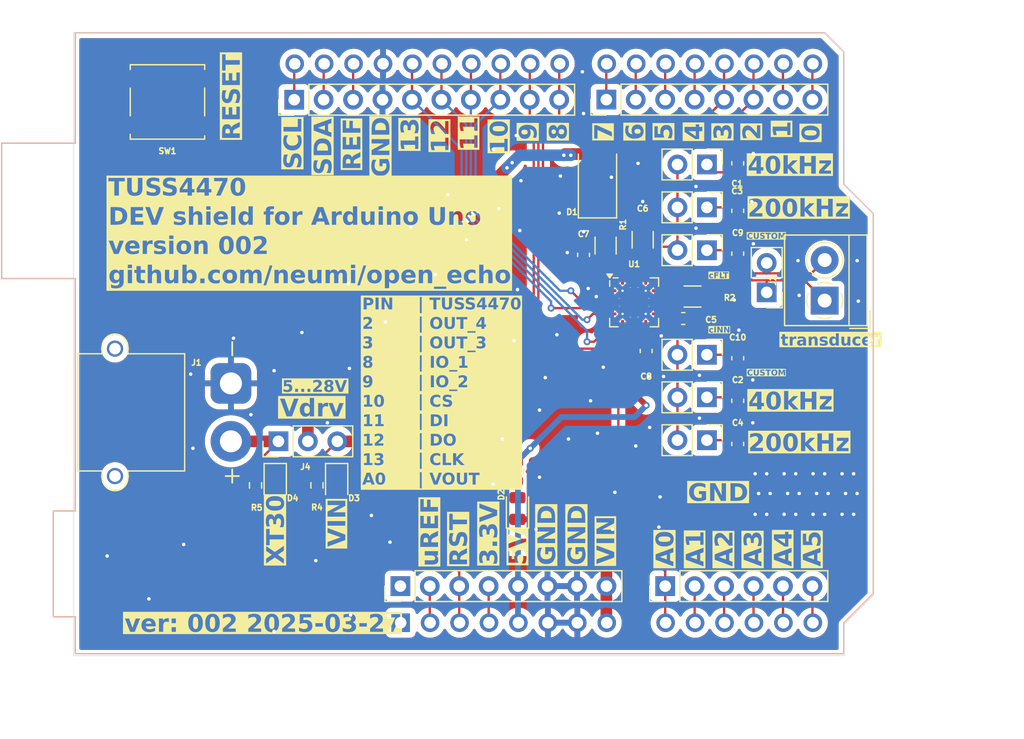
<source format=kicad_pcb>
(kicad_pcb (version 20240108) (generator "pcbnew") (generator_version "8.0")
  (layers (0 "F.Cu" signal) (31 "B.Cu" signal) (34 "B.Paste" user) (35 "F.Paste" user) (36 "B.SilkS" user "B.Silkscreen") (37 "F.SilkS" user "F.Silkscreen") (38 "B.Mask" user) (39 "F.Mask" user) (44 "Edge.Cuts" user))
  (net 0 "")
  (net 2 "Net-(J2-Pin_1)")
  (net 3 "Net-(J2-Pin_2)")
  (net 4 "GND")
  (net 5 "NCS")
  (net 6 "OUT_4")
  (net 7 "ADC")
  (net 8 "IO_2")
  (net 9 "Net-(A1-VIN)")
  (net 10 "OUT_3")
  (net 11 "SDO")
  (net 12 "SCLK")
  (net 13 "IO_1")
  (net 14 "+5V")
  (net 15 "SDI")
  (net 16 "Net-(JP1-A)")
  (net 17 "Net-(JP2-A)")
  (net 18 "Net-(JP3-A)")
  (net 19 "Net-(JP4-A)")
  (net 20 "Net-(C5-Pad1)")
  (net 21 "Net-(U1-INP)")
  (net 22 "Net-(U1-VDRV)")
  (net 23 "Net-(U1-VPWR)")
  (net 24 "Net-(JP5-A)")
  (net 25 "Net-(JP6-A)")
  (net 26 "Net-(D1-K)")
  (net 27 "VCC")
  (net 28 "Net-(J1-Pin_2)")
  (net 29 "Net-(JP1-B)")
  (net 30 "Net-(JP2-B)")
  (net 31 "+3.3V")
  (net 32 "Net-(A1-A3)")
  (net 33 "RESET")
  (net 34 "Net-(A1-D1{slash}TX)")
  (net 35 "Net-(J6-Pin_6)")
  (net 36 "Net-(J6-Pin_5)")
  (net 37 "Net-(A1-D4)")
  (net 38 "Net-(A1-D6)")
  (net 39 "Net-(J3-Pin_2)")
  (net 40 "Net-(A1-D0{slash}RX)")
  (net 41 "Net-(J3-Pin_1)")
  (net 42 "Net-(A1-A1)")
  (net 43 "Net-(A1-D5)")
  (net 44 "Net-(A1-AREF)")
  (net 45 "UREF")
  (net 46 "Net-(A1-D7)")
  (net 47 "Net-(A1-A2)")
  (net 49 "Net-(D2-A)")
  (net 50 "Net-(D3-A)")
  (net 51 "Net-(D4-A)")
  (footprint "Resistor_SMD:R_1206_3216Metric" (layer "F.Cu") (at 117.5 57 180)
    (property "Reference" "R2")
    (property "Value" "R200")
  )
  (footprint "LED_SMD:LED_0805_2012Metric" (layer "F.Cu") (at 102.4 75.3 90)
    (property "Reference" "D2")
    (property "Value" "LED_PWR")
  )
  (footprint "TerminalBlock_4Ucon:TerminalBlock_4Ucon_1x02_P3.50mm_Horizontal" (layer "F.Cu") (at 128.9 57.35 90)
    (property "Reference" "J2")
    (property "Value" "TRANSDUCER")
  )
  (footprint "Package_DFN_QFN:QFN-20-1EP_4x4mm_P0.5mm_EP2.5x2.5mm_ThermalVias" (layer "F.Cu") (at 112.4625 57.5)
    (property "Reference" "U1")
    (property "Value" "TUSS4470TRTJR")
  )
  (footprint "Diode_SMD:D_SMA" (layer "F.Cu") (at 109.3 46.7 90)
    (property "Reference" "D1")
    (property "Value" "1N4001")
  )
  (footprint "Capacitor_SMD:C_0603_1608Metric" (layer "F.Cu") (at 116.7 58.9 180)
    (property "Reference" "C5")
    (property "Value" "40V, 330pF")
  )
  (footprint "Connector_PinHeader_2.54mm:PinHeader_1x02_P2.54mm_Vertical" (layer "F.Cu") (at 118.74 65.7 -90)
    (property "Reference" "JP2" (hide yes))
    (property "Value" "40kHz")
  )
  (footprint "Connector_PinHeader_2.54mm:PinHeader_1x02_P2.54mm_Vertical" (layer "F.Cu") (at 118.74 49.3 -90)
    (property "Reference" "JP3" (hide yes))
    (property "Value" "200kHz")
  )
  (footprint "Capacitor_SMD:C_0603_1608Metric" (layer "F.Cu") (at 121.4 66 90)
    (property "Reference" "C2")
    (property "Value" "C106nF")
  )
  (footprint "Capacitor_SMD:C_0603_1608Metric" (layer "F.Cu") (at 113.5 61.7 90)
    (property "Reference" "C8")
    (property "Value" "10nF")
  )
  (footprint "Connector_PinHeader_2.54mm:PinHeader_1x06_P2.54mm_Vertical" (layer "F.Cu") (at 115.143426 82 90)
    (property "Reference" "J6" (hide yes))
    (property "Value" "Conn_01x06_Socket")
  )
  (footprint "Connector_AMASS:AMASS_XT30PW-M_1x02_P2.50mm_Horizontal" (layer "F.Cu") (at 77.675 64.5 90)
    (property "Reference" "J1")
    (property "Value" "VIN")
  )
  (footprint "LED_SMD:LED_0805_2012Metric" (layer "F.Cu") (at 86.8 73.1 -90)
    (property "Reference" "D3")
    (property "Value" "LED_VIN")
  )
  (footprint "LED_SMD:LED_0805_2012Metric" (layer "F.Cu") (at 81.5 73.1 -90)
    (property "Reference" "D4")
    (property "Value" "LED_XT30")
  )
  (footprint "Resistor_SMD:R_0603_1608Metric" (layer "F.Cu") (at 102.4 72.1 90)
    (property "Reference" "R3")
    (property "Value" "R330")
  )
  (footprint "Capacitor_SMD:C_1206_3216Metric" (layer "F.Cu") (at 113.2 52.1 90)
    (property "Reference" "C6")
    (property "Value" "40V, 2µF")
  )
  (footprint "Capacitor_SMD:C_0603_1608Metric" (layer "F.Cu") (at 121.4 62.325 90)
    (property "Reference" "C10")
    (property "Value" "CXXnF")
  )
  (footprint "Capacitor_SMD:C_0603_1608Metric" (layer "F.Cu") (at 121.4 53.3 90)
    (property "Reference" "C9")
    (property "Value" "CXXnF")
  )
  (footprint "Connector_PinHeader_2.54mm:PinHeader_1x02_P2.54mm_Vertical" (layer "F.Cu") (at 118.74 69.4 -90)
    (property "Reference" "JP4" (hide yes))
    (property "Value" "200kHz")
  )
  (footprint "Capacitor_SMD:C_0603_1608Metric" (layer "F.Cu") (at 121.4 45.5 90)
    (property "Reference" "C1")
    (property "Value" "C15nF")
  )
  (footprint "Resistor_SMD:R_0603_1608Metric" (layer "F.Cu") (at 85.1 73.3 90)
    (property "Reference" "R4")
    (property "Value" "R1k")
  )
  (footprint "Resistor_SMD:R_1206_3216Metric" (layer "F.Cu") (at 110 52.6 90)
    (property "Reference" "R1")
    (property "Value" "R10")
  )
  (footprint "Resistor_SMD:R_0603_1608Metric" (layer "F.Cu") (at 79.8 73.3 90)
    (property "Reference" "R5")
    (property "Value" "R2.2k")
  )
  (footprint "Capacitor_SMD:C_0603_1608Metric" (layer "F.Cu") (at 121.4 49.6 90)
    (property "Reference" "C3")
    (property "Value" "C3.2nF")
  )
  (footprint "Connector_PinHeader_2.54mm:PinHeader_1x08_P2.54mm_Vertical" (layer "F.Cu") (at 92.292675 81.999189 90)
    (property "Reference" "J7" (hide yes))
    (property "Value" "Conn_01x08_Socket")
  )
  (footprint "Connector_PinHeader_2.54mm:PinHeader_1x08_P2.54mm_Vertical" (layer "F.Cu") (at 110.062821 40 90)
    (property "Reference" "J5" (hide yes))
    (property "Value" "Conn_01x08_Socket")
  )
  (footprint "Connector_PinHeader_2.54mm:PinHeader_1x10_P2.54mm_Vertical" (layer "F.Cu") (at 83.137057 40.008896 90)
    (property "Reference" "J3" (hide yes))
    (property "Value" "Conn_01x10_Socket")
  )
  (footprint "Capacitor_SMD:C_0603_1608Metric" (layer "F.Cu") (at 108.1 53.4 90)
    (property "Reference" "C7")
    (property "Value" "50V, 100nF")
  )
  (footprint "Button_Switch_SMD:SW_Push_1P1T_NO_CK_KSC7xxJ" (layer "F.Cu") (at 72.2 40.2)
    (property "Reference" "SW1")
    (property "Value" "RST")
  )
  (footprint "Connector_PinHeader_2.54mm:PinHeader_1x03_P2.54mm_Vertical" (layer "F.Cu") (at 81.775 69.5 90)
    (property "Reference" "J4")
    (property "Value" "VCC SELECT")
  )
  (footprint "Connector_PinHeader_2.54mm:PinHeader_1x02_P2.54mm_Vertical" (layer "F.Cu") (at 123.9 56.64 180)
    (property "Reference" "J8" (hide yes))
    (property "Value" "Conn_01x02_Pin" (hide yes))
  )
  (footprint "Capacitor_SMD:C_0603_1608Metric" (layer "F.Cu") (at 121.4 69.725 90)
    (property "Reference" "C4")
    (property "Value" "C21.2nF")
  )
  (footprint "Connector_PinHeader_2.54mm:PinHeader_1x02_P2.54mm_Vertical" (layer "F.Cu") (at 118.74 53 -90)
    (property "Reference" "JP5" (hide yes))
    (property "Value" "CUSTOM kHz")
  )
  (footprint "Connector_PinHeader_2.54mm:PinHeader_1x02_P2.54mm_Vertical" (layer "F.Cu") (at 118.74 45.6 -90)
    (property "Reference" "JP1" (hide yes))
    (property "Value" "40kHz")
  )
  (footprint "Connector_PinHeader_2.54mm:PinHeader_1x02_P2.54mm_Vertical" (layer "F.Cu") (at 118.74 62.025 -90)
    (property "Reference" "JP6" (hide yes))
    (property "Value" "CUSTOM kHz")
  )
  (footprint "Module:Arduino_UNO_R3" (layer "B.Cu") (at 92.32 85.16)
    (property "Reference" "A1" (hide yes))
    (property "Value" "Arduino_UNO_R3" (hide yes))
  )
  (gr_line (start 130.6 88) (end 64.1 88) (stroke (width 0.05)) (layer "Edge.Cuts"))
  (gr_line (start 130.6 36) (end 130.6 47.4) (stroke (width 0.05)) (layer "Edge.Cuts"))
  (gr_line (start 64.1 88) (end 64.1 84.8) (stroke (width 0.05)) (layer "Edge.Cuts"))
  (gr_line (start 133.1 82.8) (end 130.6 85.3) (stroke (width 0.05)) (layer "Edge.Cuts"))
  (gr_line (start 64.1 34.2) (end 128.8 34.2) (stroke (width 0.05)) (layer "Edge.Cuts"))
  (gr_line (start 130.6 85.3) (end 130.6 88) (stroke (width 0.05)) (layer "Edge.Cuts"))
  (gr_line (start 133.1 49.9) (end 133.1 82.8) (stroke (width 0.05)) (layer "Edge.Cuts"))
  (gr_line (start 128.8 34.2) (end 130.6 36) (stroke (width 0.05)) (layer "Edge.Cuts"))
  (gr_line (start 64.1 84.8) (end 64.1 34.2) (stroke (width 0.05)) (layer "Edge.Cuts"))
  (gr_line (start 130.6 47.4) (end 133.1 49.9) (stroke (width 0.05)) (layer "Edge.Cuts"))
  (gr_text "3" (at 121.1 43.5 90) (layer "F.SilkS" knockout) (effects (font (size 1.5 1.5) (thickness 0.3) (bold yes)) (justify left bottom)))
  (gr_text "VIN" (at 111 80.1 90) (layer "F.SilkS" knockout) (effects (font (size 1.5 1.5) (thickness 0.3) (bold yes)) (justify left bottom)))
  (gr_text "A1" (at 118.7 80.3 90) (layer "F.SilkS" knockout) (effects (font (size 1.5 1.5) (thickness 0.3) (bold yes)) (justify left bottom)))
  (gr_text "12" (at 96.7 44.6 90) (layer "F.SilkS" knockout) (effects (font (size 1.5 1.5) (thickness 0.3) (bold yes)) (justify left bottom)))
  (gr_text "A5" (at 128.8 80.3 90) (layer "F.SilkS" knockout) (effects (font (size 1.5 1.5) (thickness 0.3) (bold yes)) (justify left bottom)))
  (gr_text "0" (at 128.7 43.6 90) (layer "F.SilkS" knockout) (effects (font (size 1.5 1.5) (thickness 0.3) (bold yes)) (justify left bottom)))
  (gr_text "REF" (at 89.1 46.1 90) (layer "F.SilkS" knockout) (effects (font (size 1.5 1.5) (thickness 0.3) (bold yes)) (justify left bottom)))
  (gr_text "XT30" (at 82.5 80.1 90) (layer "F.SilkS" knockout) (effects (font (size 1.5 1.5) (thickness 0.3) (bold yes)) (justify left bottom)))
  (gr_text "CUSTOM" (at 122.2 63.9 0) (layer "F.SilkS" knockout) (effects (font (size 0.5 0.5) (thickness 0.125) (bold yes)) (justify left bottom)))
  (gr_text "3.3V" (at 100.9 80.2 90) (layer "F.SilkS" knockout) (effects (font (size 1.5 1.5) (thickness 0.3) (bold yes)) (justify left bottom)))
  (gr_text "uREF" (at 95.8 80.3 90) (layer "F.SilkS" knockout) (effects (font (size 1.5 1.5) (thickness 0.3) (bold yes)) (justify left bottom)))
  (gr_text "6" (at 113.5 43.5 90) (layer "F.SilkS" knockout) (effects (font (size 1.5 1.5) (thickness 0.3) (bold yes)) (justify left bottom)))
  (gr_text "200kHz" (at 122.25 50.35 0) (layer "F.SilkS" knockout) (effects (font (size 1.5 1.5) (thickness 0.3) (bold yes)) (justify left bottom)))
  (gr_text "9" (at 104.3 43.5 90) (layer "F.SilkS" knockout) (effects (font (size 1.5 1.5) (thickness 0.3) (bold yes)) (justify left bottom)))
  (gr_text "40kHz" (at 122.25 46.65 0) (layer "F.SilkS" knockout) (effects (font (size 1.5 1.5) (thickness 0.3) (bold yes)) (justify left bottom)))
  (gr_text "SDA" (at 86.6 46.5 90) (layer "F.SilkS" knockout) (effects (font (size 1.5 1.5) (thickness 0.3) (bold yes)) (justify left bottom)))
  (gr_text "RST" (at 98.3 80.3 90) (layer "F.SilkS" knockout) (effects (font (size 1.5 1.5) (thickness 0.3) (bold yes)) (justify left bottom)))
  (gr_text "GND" (at 117.1 74.9 0) (layer "F.SilkS" knockout) (effects (font (size 1.5 1.5) (thickness 0.3) (bold yes)) (justify left bottom)))
  (gr_text "RESET" (at 78.7 43.5 90) (layer "F.SilkS" knockout) (effects (font (size 1.5 1.5) (thickness 0.3) (bold yes)) (justify left bottom)))
  (gr_text "A0" (at 116.1 80.3 90) (layer "F.SilkS" knockout) (effects (font (size 1.5 1.5) (thickness 0.3) (bold yes)) (justify left bottom)))
  (gr_text "CUSTOM" (at 122.2 52.1 0) (layer "F.SilkS" knockout) (effects (font (size 0.5 0.5) (thickness 0.125) (bold yes)) (justify left bottom)))
  (gr_text "10" (at 101.8 44.7 90) (layer "F.SilkS" knockout) (effects (font (size 1.5 1.5) (thickness 0.3) (bold yes)) (justify left bottom)))
  (gr_text "A2" (at 121.2 80.3 90) (layer "F.SilkS" knockout) (effects (font (size 1.5 1.5) (thickness 0.3) (bold yes)) (justify left bottom)))
  (gr_text "SCL" (at 84 46 90) (layer "F.SilkS" knockout) (effects (font (size 1.5 1.5) (thickness 0.3) (bold yes)) (justify left bottom)))
  (gr_text "8" (at 106.9 43.5 90) (layer "F.SilkS" knockout) (effects (font (size 1.5 1.5) (thickness 0.3) (bold yes)) (justify left bottom)))
  (gr_text "GND" (at 108.5 80.2 90) (layer "F.SilkS" knockout) (effects (font (size 1.5 1.5) (thickness 0.3) (bold yes)) (justify left bottom)))
  (gr_text "cINN" (at 118.9 60.2 0) (layer "F.SilkS" knockout) (effects (font (size 0.5 0.5) (thickness 0.125) (bold yes)) (justify left bottom)))
  (gr_text "200kHz" (at 122.3 70.6 0) (layer "F.SilkS" knockout) (effects (font (size 1.5 1.5) (thickness 0.3) (bold yes)) (justify left bottom)))
  (gr_text "2" (at 123.6 43.5 90) (layer "F.SilkS" knockout) (effects (font (size 1.5 1.5) (thickness 0.3) (bold yes)) (justify left bottom)))
  (gr_text "Vdrv" (at 81.9 67.6 0) (layer "F.SilkS" knockout) (effects (font (size 1.5 1.5) (thickness 0.3) (bold yes)) (justify left bottom)))
  (gr_text "GND" (at 91.6 46.7 90) (layer "F.SilkS" knockout) (effects (font (size 1.5 1.5) (thickness 0.3) (bold yes)) (justify left bottom)))
  (gr_text "13" (at 94.1 44.5 90) (layer "F.SilkS" knockout) (effects (font (size 1.5 1.5) (thickness 0.3) (bold yes)) (justify left bottom)))
  (gr_text "40kHz" (at 122.3 67 0) (layer "F.SilkS" knockout) (effects (font (size 1.5 1.5) (thickness 0.3) (bold yes)) (justify left bottom)))
  (gr_text "11" (at 99.2 44.4 90) (layer "F.SilkS" knockout) (effects (font (size 1.5 1.5) (thickness 0.3) (bold yes)) (justify left bottom)))
  (gr_text "5...28V" (at 82.1 65.4 0) (layer "F.SilkS" knockout) (effects (font (size 1 1) (thickness 0.25) (bold yes)) (justify left bottom)))
  (gr_text "7" (at 110.8 43.5 90) (layer "F.SilkS" knockout) (effects (font (size 1.5 1.5) (thickness 0.3) (bold yes)) (justify left bottom)))
  (gr_text "GND" (at 105.9 80.2 90) (layer "F.SilkS" knockout) (effects (font (size 1.5 1.5) (thickness 0.3) (bold yes)) (justify left bottom)))
  (gr_text "transducer" (at 125.1 61.4 0) (layer "F.SilkS" knockout) (effects (font (size 1 1) (thickness 0.25) (bold yes)) (justify left bottom)))
  (gr_text "PIN	| TUSS4470\n2		| OUT_4\n3		| OUT_3\n8		| IO_1\n9		| IO_2\n10		| CS\n11		| DI\n12		| DO\n13		| CLK\nA0		| VOUT" (at 89 73.4 0) (layer "F.SilkS" knockout) (effects (font (size 1 1) (thickness 0.25) (bold yes)) (justify left bottom)))
  (gr_text "ver: 002 2025-03-27\n" (at 68.5 86.2 0) (layer "F.SilkS" knockout) (effects (font (size 1.5 1.5) (thickness 0.3) (bold yes)) (justify left bottom)))
  (gr_text "A4" (at 126.3 80.3 90) (layer "F.SilkS" knockout) (effects (font (size 1.5 1.5) (thickness 0.3) (bold yes)) (justify left bottom)))
  (gr_text "TUSS4470 \nDEV shield for Arduino Uno\nversion 002\ngithub.com/neumi/open_echo" (at 67.1 56.1 0) (layer "F.SilkS" knockout) (effects (font (size 1.5 1.5) (thickness 0.3) (bold yes)) (justify left bottom)))
  (gr_text "5" (at 116 43.5 90) (layer "F.SilkS" knockout) (effects (font (size 1.5 1.5) (thickness 0.3) (bold yes)) (justify left bottom)))
  (gr_text "4" (at 118.6 43.5 90) (layer "F.SilkS" knockout) (effects (font (size 1.5 1.5) (thickness 0.3) (bold yes)) (justify left bottom)))
  (gr_text "cFLT" (at 118.9 55.5 0) (layer "F.SilkS" knockout) (effects (font (size 0.5 0.5) (thickness 0.125) (bold yes)) (justify left bottom)))
  (gr_text "VIN" (at 87.8 78.6 90) (layer "F.SilkS" knockout) (effects (font (size 1.5 1.5) (thickness 0.3) (bold yes)) (justify left bottom)))
  (gr_text "A3" (at 123.7 80.3 90) (layer "F.SilkS" knockout) (effects (font (size 1.5 1.5) (thickness 0.3) (bold yes)) (justify left bottom)))
  (gr_text "1" (at 126.2 43.3 90) (layer "F.SilkS" knockout) (effects (font (size 1.5 1.5) (thickness 0.3) (bold yes)) (justify left bottom)))
  (gr_text "5V" (at 103.4 80.2 90) (layer "F.SilkS" knockout) (effects (font (size 1.5 1.5) (thickness 0.3) (bold yes)) (justify left bottom)))
  (segment (start 123.9 56.64) (end 123.9 55.6) (width 0.2) (layer "F.Cu") (net 2))
  (segment (start 128.9 57.35) (end 127.15 55.6) (width 0.2) (layer "F.Cu") (net 2))
  (segment (start 115.5375 56.5) (end 116.0375 57) (width 0.2) (layer "F.Cu") (net 2))
  (segment (start 117.4375 55.6) (end 116.0375 57) (width 0.2) (layer "F.Cu") (net 2))
  (segment (start 123.9 55.6) (end 117.4375 55.6) (width 0.2) (layer "F.Cu") (net 2))
  (segment (start 127.15 55.6) (end 123.9 55.6) (width 0.2) (layer "F.Cu") (net 2))
  (segment (start 114.4 56.5) (end 115.5375 56.5) (width 0.2) (layer "F.Cu") (net 2))
  (segment (start 128.9 53.85) (end 127.75 55) (width 0.2) (layer "F.Cu") (net 3))
  (segment (start 114.025 55) (end 113.4625 55.5625) (width 0.2) (layer "F.Cu") (net 3))
  (segment (start 123.9 55) (end 114.025 55) (width 0.2) (layer "F.Cu") (net 3))
  (segment (start 123.9 54.1) (end 123.9 55) (width 0.2) (layer "F.Cu") (net 3))
  (segment (start 127.75 55) (end 123.9 55) (width 0.2) (layer "F.Cu") (net 3))
  (segment (start 90.76 40.005953) (end 90.757057 40.008896) (width 0.2) (layer "F.Cu") (net 4))
  (segment (start 114.4 57) (end 114.4 57.5) (width 0.2) (layer "F.Cu") (net 4))
  (segment (start 107.532675 85.247325) (end 107.52 85.26) (width 0.2) (layer "F.Cu") (net 4))
  (segment (start 121.325 48.825) (end 120.15 47.65) (width 0.2) (layer "F.Cu") (net 4))
  (segment (start 110.525 57) (end 111.9625 57) (width 0.2) (layer "F.Cu") (net 4))
  (segment (start 114.4 57) (end 113.9625 57) (width 0.2) (layer "F.Cu") (net 4))
  (segment (start 111.9625 57) (end 112.4625 57.5) (width 0.2) (layer "F.Cu") (net 4))
  (segment (start 114.4 57) (end 112.9625 57) (width 0.2) (layer "F.Cu") (net 4))
  (segment (start 113.4625 58.5) (end 111.4625 58.5) (width 0.2) (layer "F.Cu") (net 4))
  (segment (start 121.4 48.825) (end 121.325 48.825) (width 0.2) (layer "F.Cu") (net 4))
  (segment (start 104.992675 85.247325) (end 104.98 85.26) (width 0.2) (layer "F.Cu") (net 4))
  (segment (start 112.9625 57) (end 112.4625 57.5) (width 0.2) (layer "F.Cu") (net 4))
  (segment (start 111.4625 58.5) (end 111.4625 56.5) (width 0.2) (layer "F.Cu") (net 4))
  (segment (start 113.2 50.625) (end 113.2 48.8) (width 0.2) (layer "F.Cu") (net 4))
  (segment (start 110.525 57) (end 109.2 57) (width 0.2) (layer "F.Cu") (net 4))
  (segment (start 104.992675 81.999189) (end 104.992675 85.247325) (width 0.2) (layer "F.Cu") (net 4))
  (segment (start 113.4625 56.5) (end 113.4625 58.5) (width 0.2) (layer "F.Cu") (net 4))
  (segment (start 107.532675 81.999189) (end 107.532675 85.247325) (width 0.2) (layer "F.Cu") (net 4))
  (segment (start 90.76 37) (end 90.76 40.005953) (width 0.2) (layer "F.Cu") (net 4))
  (segment (start 111.4625 56.5) (end 113.4625 56.5) (width 0.2) (layer "F.Cu") (net 4))
  (via (at 108.5 56.3) (size 0.6) (drill 0.3) (layers "F.Cu" "B.Cu") (net 4))
  (via (at 109.3 68.8) (size 0.6) (drill 0.3) (layers "F.Cu" "B.Cu") (net 4))
  (via (at 85 79.8) (size 0.6) (drill 0.3) (layers "F.Cu" "B.Cu") (net 4))
  (via (at 131.8 57.4) (size 0.6) (drill 0.3) (layers "F.Cu" "B.Cu") (net 4))
  (via (at 118.1 67.5) (size 0.6) (drill 0.3) (layers "F.Cu" "B.Cu") (net 4))
  (via (at 96.4 48.2) (size 0.6) (drill 0.3) (layers "F.Cu" "B.Cu") (net 4))
  (via (at 98 52.1) (size 0.6) (drill 0.3) (layers "F.Cu" "B.Cu") (net 4))
  (via (at 74.2 63.7) (size 0.6) (drill 0.3) (layers "F.Cu" "B.Cu") (net 4))
  (via (at 115 63.9) (size 0.6) (drill 0.3) (layers "F.Cu" "B.Cu") (net 4))
  (via (at 79.4 67.2) (size 0.6) (drill 0.3) (layers "F.Cu" "B.Cu") (net 4))
  (via (at 122.9 72.3) (size 0.6) (drill 0.3) (layers "F.Cu" "B.Cu") (net 4))
  (via (at 95.3 55.1) (size 0.6) (drill 0.3) (layers "F.Cu" "B.Cu") (net 4))
  (via (at 128.9 75.8) (size 0.6) (drill 0.3) (layers "F.Cu" "B.Cu") (net 4))
  (via (at 102.6 51.3) (size 0.6) (drill 0.3) (layers "F.Cu" "B.Cu") (net 4))
  (via (at 121.1 57.3) (size 0.6) (drill 0.3) (layers "F.Cu" "B.Cu") (net 4))
  (via (at 108.7 66) (size 0.6) (drill 0.3) (layers "F.Cu" "B.Cu") (net 4))
  (via (at 122.75 44.65) (size 0.6) (drill 0.3) (layers "F.Cu" "B.Cu") (net 4))
  (via (at 130.4 72.3) (size 0.6) (drill 0.3) (layers "F.Cu" "B.Cu") (net 4))
  (via (at 87.8 55.9) (size 0.6) (drill 0.3) (layers "F.Cu" "B.Cu") (net 4))
  (via (at 81.4 85.9) (size 0.6) (drill 0.3) (layers "F.Cu" "B.Cu") (net 4))
  (via (at 104.3 66.8) (size 0.6) (drill 0.3) (layers "F.Cu" "B.Cu") (net 4))
  (via (at 104.8 64) (size 0.6) (drill 0.3) (layers "F.Cu" "B.Cu") (net 4))
  (via (at 110.6 77.1) (size 0.6) (drill 0.3) (layers "F.Cu" "B.Cu") (net 4))
  (via (at 124.2 74) (size 0.6) (drill 0.3) (layers "F.Cu" "B.Cu") (net 4))
  (via (at 123.9 75.8) (size 0.6) (drill 0.3) (layers "F.Cu" "B.Cu") (net 4))
  (via (at 122.75 52.45) (size 0.6) (drill 0.3) (layers "F.Cu" "B.Cu") (net 4))
  (via (at 77.9 60.6) (size 0.6) (drill 0.3) (layers "F.Cu" "B.Cu") (net 4))
  (via (at 106.7 53.2) (size 0.6) (drill 0.3) (layers "F.Cu" "B.Cu") (net 4))
  (via (at 126.4 75.8) (size 0.6) (drill 0.3) (layers "F.Cu" "B.Cu") (net 4))
  (via (at 110.5 46.7) (size 0.6) (drill 0.3) (layers "F.Cu" "B.Cu") (net 4))
  (via (at 128.9 72.3) (size 0.6) (drill 0.3) (layers "F.Cu" "B.Cu") (net 4))
  (via (at 128.2 74) (size 0.6) (drill 0.3) (layers "F.Cu" "B.Cu") (net 4))
  (via (at 121.5 59.9) (size 0.6) (drill 0.3) (layers "F.Cu" "B.Cu") (net 4))
  (via (at 130.4 75.8) (size 0.6) (drill 0.3) (layers "F.Cu" "B.Cu") (net 4))
  (via (at 74.4 70.1) (size 0.6) (drill 0.3) (layers "F.Cu" "B.Cu") (net 4))
  (via (at 125.7 74) (size 0.6) (drill 0.3) (layers "F.Cu" "B.Cu") (net 4))
  (via (at 126.6 53.9) (size 0.6) (drill 0.3) (layers "F.Cu" "B.Cu") (net 4))
  (via (at 104.3 72.6) (size 0.6) (drill 0.3) (layers "F.Cu" "B.Cu") (net 4))
  (via (at 114.8 60.4) (size 0.6) (drill 0.3) (layers "F.Cu" "B.Cu") (net 4))
  (via (at 83.8 60.1) (size 0.6) (drill 0.3) (layers "F.Cu" "B.Cu") (net 4))
  (via (at 109.2 57) (size 0.6) (drill 0.3) (layers "F.Cu" "B.Cu") (net 4))
  (via (at 70.6 83.1) (size 0.6) (drill 0.3) (layers "F.Cu" "B.Cu") (net 4))
  (via (at 123.2 74) (size 0.6) (drill 0.3) (layers "F.Cu" "B.Cu") (net 4))
  (via (at 125.4 75.8) (size 0.6) (drill 0.3) (layers "F.Cu" "B.Cu") (net 4))
  (via (at 87.9 63.2) (size 0.6) (drill 0.3) (layers "F.Cu" "B.Cu") (net 4))
  (via (at 131.7 53.9) (size 0.6) (drill 0.3) (layers "F.Cu" "B.Cu") (net 4))
  (via (at 106 49.8) (size 0.6) (drill 0.3) (layers "F.Cu" "B.Cu") (net 4))
  (via (at 106.8 69.3) (size 0.6) (drill 0.3) (layers "F.Cu" "B.Cu") (net 4))
  (via (at 106.1 46.6) (size 0.6) (drill 0.3) (layers "F.Cu" "B.Cu") (net 4))
  (via (at 101.1 69.3) (size 0.6) (drill 0.3) (layers "F.Cu" "B.Cu") (net 4))
  (via (at 91.4 78.2) (size 0.6) (drill 0.3) (layers "F.Cu" "B.Cu") (net 4))
  (via (at 108.1 51.4) (size 0.6) (drill 0.3) (layers "F.Cu" "B.Cu") (net 4))
  (via (at 104 77.1) (size 0.6) (drill 0.3) (layers "F.Cu" "B.Cu") (net 4))
  (via (at 127.9 72.3) (size 0.6) (drill 0.3) (layers "F.Cu" "B.Cu") (net 4))
  (via (at 100.3 44.3) (size 0.6) (drill 0.3) (layers "F.Cu" "B.Cu") (net 4))
  (via (at 130.7 74) (size 0.6) (drill 0.3) (layers "F.Cu" "B.Cu") (net 4))
  (via (at 112.8 45.5) (size 0.6) (drill 0.3) (layers "F.Cu" "B.Cu") (net 4))
  (via (at 81.4 63.4) (size 0.6) (drill 0.3) (layers "F.Cu" "B.Cu") (net 4))
  (via (at 113.2 48.8) (size 0.6) (drill 0.3) (layers "F.Cu" "B.Cu") (net 4))
  (via (at 114.6 76.9) (size 0.6) (drill 0.3) (layers "F.Cu" "B.Cu") (net 4))
  (via (at 88 84.5) (size 0.6) (drill 0.3) (layers "F.Cu" "B.Cu") (net 4))
  (via (at 93.2 51) (size 0.6) (drill 0.3) (layers "F.Cu" "B.Cu") (net 4))
  (via (at 109.8 63.1) (size 0.6) (drill 0.3) (layers "F.Cu" "B.Cu") (net 4))
  (via (at 73.6 78.4) (size 0.6) (drill 0.3) (layers "F.Cu" "B.Cu") (net 4))
  (via (at 113.8 68.3) (size 0.6) (drill 0.3) (layers "F.Cu" "B.Cu") (net 4))
  (via (at 131.4 75.8) (size 0.6) (drill 0.3) (layers "F.Cu" "B.Cu") (net 4))
  (via (at 117.8 47.5) (size 0.6) (drill 0.3) (layers "F.Cu" "B.Cu") (net 4))
  (via (at 102.7 47) (size 0.6) (drill 0.3) (layers "F.Cu" "B.Cu") (net 4))
  (via (at 113.7 63.9) (size 0.6) (drill 0.3) (layers "F.Cu" "B.Cu") (net 4))
  (via (at 131.4 72.3) (size 0.6) (drill 0.3) (layers "F.Cu" "B.Cu") (net 4))
  (via (at 126.7 56.9) (size 0.6) (drill 0.3) (layers "F.Cu" "B.Cu") (net 4))
  (via (at 122.7 64.2) (size 0.6) (drill 0.3) (layers "F.Cu" "B.Cu") (net 4))
  (via (at 118.1 63.8) (size 0.6) (drill 0.3) (layers "F.Cu" "B.Cu") (net 4))
  (via (at 122.9 75.8) (size 0.6) (drill 0.3) (layers "F.Cu" "B.Cu") (net 4))
  (via (at 126.7 74) (size 0.6) (drill 0.3) (layers "F.Cu" "B.Cu") (net 4))
  (via (at 114.7 74.3) (size 0.6) (drill 0.3) (layers "F.Cu" "B.Cu") (net 4))
  (via (at 112.6 69.9) (size 0.6) (drill 0.3) (layers "F.Cu" "B.Cu") (net 4))
  (via (at 89.8 75.9) (size 0.6) (drill 0.3) (layers "F.Cu" "B.Cu") (net 4))
  (via (at 123.9 72.3) (size 0.6) (drill 0.3) (layers "F.Cu" "B.Cu") (net 4))
  (via (at 67 79.4) (size 0.6) (drill 0.3) (layers "F.Cu" "B.Cu") (net 4))
  (via (at 129.2 74) (size 0.6) (drill 0.3) (layers "F.Cu" "B.Cu") (net 4))
  (via (at 125.4 72.3) (size 0.6) (drill 0.3) (layers "F.Cu" "B.Cu") (net 4))
  (via (at 105.8 60.3) (size 0.6) (drill 0.3) (layers "F.Cu" "B.Cu") (net 4))
  (via (at 91 59.2) (size 0.6) (drill 0.3) (layers "F.Cu" "B.Cu") (net 4))
  (via (at 110.8 73.9) (size 0.6) (drill 0.3) (layers "F.Cu" "B.Cu") (net 4))
  (via (at 122.6 48.8) (size 0.6) (drill 0.3) (layers "F.Cu" "B.Cu") (net 4))
  (via (at 102.4 56.4) (size 0.6) (drill 0.3) (layers "F.Cu" "B.Cu") (net 4))
  (via (at 86 67.9) (size 0.6) (drill 0.3) (layers "F.Cu" "B.Cu") (net 4))
  (via (at 108 37.6) (size 0.6) (drill 0.3) (layers "F.Cu" "B.Cu") (net 4))
  (via (at 126.4 72.3) (size 0.6) (drill 0.3) (layers "F.Cu" "B.Cu") (net 4))
  (via (at 100.8 49.4) (size 0.6) (drill 0.3) (layers "F.Cu" "B.Cu") (net 4))
  (via (at 117.8 51.1) (size 0.6) (drill 0.3) (layers "F.Cu" "B.Cu") (net 4))
  (via (at 127.9 75.8) (size 0.6) (drill 0.3) (layers "F.Cu" "B.Cu") (net 4))
  (via (at 102.3 43.1) (size 0.6) (drill 0.3) (layers "F.Cu" "B.Cu") (net 4))
  (via (at 122.7 67.9) (size 0.6) (drill 0.3) (layers "F.Cu" "B.Cu") (net 4))
  (via (at 108.1 41.2) (size 0.6) (drill 0.3) (layers "F.Cu" "B.Cu") (net 4))
  (via (at 100.3 73.2) (size 0.6) (drill 0.3) (layers "F.Cu" "B.Cu") (net 4))
  (via (at 131.7 74) (size 0.6) (drill 0.3) (layers "F.Cu" "B.Cu") (net 4))
  (via (at 102.1 60.8) (size 0.6) (drill 0.3) (layers "F.Cu" "B.Cu") (net 4))
  (segment (start 110.525 57.5) (end 109.548529 57.5) (width 0.2) (layer "F.Cu") (net 5))
  (segment (start 100.92 40.005953) (end 100.917057 40.008896) (width 0.2) (layer "F.Cu") (net 5))
  (segment (start 109.548529 57.5) (end 109.448529 57.6) (width 0.2) (layer "F.Cu") (net 5))
  (segment (start 108.1 57.6) (end 107 56.5) (width 0.2) (layer "F.Cu") (net 5))
  (segment (start 100.92 37) (end 100.92 40.005953) (width 0.2) (layer "F.Cu") (net 5))
  (segment (start 109.448529 57.6) (end 108.1 57.6) (width 0.2) (layer "F.Cu") (net 5))
  (via (at 107 56.5) (size 0.6) (drill 0.3) (layers "F.Cu" "B.Cu") (net 5))
  (segment (start 98.78 49.214314) (end 106.065686 56.5) (width 0.2) (layer "B.Cu") (net 5))
  (segment (start 98.78 42.145953) (end 100.917057 40.008896) (width 0.2) (layer "B.Cu") (net 5))
  (segment (start 98.78 43.7) (end 98.78 42.145953) (width 0.2) (layer "B.Cu") (net 5))
  (segment (start 98.78 43.7) (end 98.78 49.214314) (width 0.2) (layer "B.Cu") (net 5))
  (segment (start 106.065686 56.5) (end 107 56.5) (width 0.2) (layer "B.Cu") (net 5))
  (segment (start 111.9625 55.135614) (end 111.4 54.573114) (width 0.2) (layer "F.Cu") (net 6))
  (segment (start 112.3 42.8) (end 119.962821 42.8) (width 0.2) (layer "F.Cu") (net 6))
  (segment (start 119.962821 42.8) (end 122.762821 40) (width 0.2) (layer "F.Cu") (net 6))
  (segment (start 122.76 39.997179) (end 122.762821 40) (width 0.2) (layer "F.Cu") (net 6))
  (segment (start 122.76 37) (end 122.76 39.997179) (width 0.2) (layer "F.Cu") (net 6))
  (segment (start 111.9625 55.5625) (end 111.9625 55.135614) (width 0.2) (layer "F.Cu") (net 6))
  (segment (start 111.4 54.573114) (end 111.4 43.7) (width 0.2) (layer "F.Cu") (net 6))
  (segment (start 111.4 43.7) (end 112.3 42.8) (width 0.2) (layer "F.Cu") (net 6))
  (segment (start 112.9625 60.238804) (end 111.1 62.101304) (width 0.2) (layer "F.Cu") (net 7))
  (segment (start 115.143426 80.718426) (end 112.725 78.3) (width 0.2) (layer "F.Cu") (net 7))
  (segment (start 112.725 72.9) (end 112.725 78.3) (width 0.2) (layer "F.Cu") (net 7))
  (segment (start 115.143426 85.256574) (end 115.14 85.26) (width 0.2) (layer "F.Cu") (net 7))
  (segment (start 115.143426 82) (end 115.143426 85.256574) (width 0.2) (layer "F.Cu") (net 7))
  (segment (start 112.9625 59.4375) (end 112.9625 60.238804) (width 0.2) (layer "F.Cu") (net 7))
  (segment (start 111.1 62.101304) (end 111.1 71.275) (width 0.2) (layer "F.Cu") (net 7))
  (segment (start 111.1 71.275) (end 112.725 72.9) (width 0.2) (layer "F.Cu") (net 7))
  (segment (start 115.143426 82) (end 115.143426 80.718426) (width 0.2) (layer "F.Cu") (net 7))
  (segment (start 103.8 39.64) (end 103.46 39.3) (width 0.2) (layer "F.Cu") (net 8))
  (segment (start 103.8 60.765686) (end 103.8 42.2) (width 0.2) (layer "F.Cu") (net 8))
  (segment (start 103.457057 41.857057) (end 103.8 42.2) (width 0.2) (layer "F.Cu") (net 8))
  (segment (start 103.46 37) (end 103.46 40.005953) (width 0.2) (layer "F.Cu") (net 8))
  (segment (start 104.934314 61.9) (end 103.8 60.765686) (width 0.2) (layer "F.Cu") (net 8))
  (segment (start 103.46 40.005953) (end 103.457057 40.008896) (width 0.2) (layer "F.Cu") (net 8))
  (segment (start 112.4625 59.930072) (end 110.492572 61.9) (width 0.2) (layer "F.Cu") (net 8))
  (segment (start 110.492572 61.9) (end 104.934314 61.9) (width 0.2) (layer "F.Cu") (net 8))
  (segment (start 103.457057 40.008896) (end 103.457057 41.857057) (width 0.2) (layer "F.Cu") (net 8))
  (segment (start 112.4625 59.4375) (end 112.4625 59.930072) (width 0.2) (layer "F.Cu") (net 8))
  (segment (start 98.3 78.4) (end 89.4 69.5) (width 1) (layer "F.Cu") (net 9))
  (segment (start 89.4 69.5) (end 86.855 69.5) (width 1) (layer "F.Cu") (net 9))
  (segment (start 110.06 85.26) (end 110.06 83.06) (width 1) (layer "F.Cu") (net 9))
  (segment (start 110.072675 81.999189) (end 110.072675 80.572675) (width 1) (layer "F.Cu") (net 9))
  (segment (start 85.1 72.475) (end 85.1 71.255) (width 0.2) (layer "F.Cu") (net 9))
  (segment (start 107.9 78.4) (end 98.3 78.4) (width 1) (layer "F.Cu") (net 9))
  (segment (start 110.06 85.26) (end 110.06 82.011864) (width 1) (layer "F.Cu") (net 9))
  (segment (start 110.072675 80.572675) (end 107.9 78.4) (width 1) (layer "F.Cu") (net 9))
  (segment (start 85.1 71.255) (end 86.855 69.5) (width 0.2) (layer "F.Cu") (net 9))
  (segment (start 110.06 82.011864) (end 110.072675 81.999189) (width 1) (layer "F.Cu") (net 9))
  (segment (start 120.22 39.997179) (end 120.222821 40) (width 0.2) (layer "F.Cu") (net 10))
  (segment (start 117.822821 42.4) (end 105.8 42.4) (width 0.2) (layer "F.Cu") (net 10))
  (segment (start 109.325 55.3) (end 110.525 56.5) (width 0.2) (layer "F.Cu") (net 10))
  (segment (start 120.22 37) (end 120.22 39.997179) (width 0.2) (layer "F.Cu") (net 10))
  (segment (start 104.6 43.6) (end 104.6 52.7) (width 0.2) (layer "F.Cu") (net 10))
  (segment (start 120.222821 40) (end 117.822821 42.4) (width 0.2) (layer "F.Cu") (net 10))
  (segment (start 105.25 42.95) (end 104.6 43.6) (width 0.2) (layer "F.Cu") (net 10))
  (segment (start 107.2 55.3) (end 109.325 55.3) (width 0.2) (layer "F.Cu") (net 10))
  (segment (start 104.6 52.7) (end 107.2 55.3) (width 0.2) (layer "F.Cu") (net 10))
  (segment (start 105.5 42.7) (end 105.25 42.95) (width 0.2) (layer "F.Cu") (net 10))
  (segment (start 105.8 42.4) (end 105.25 42.95) (width 0.2) (layer "F.Cu") (net 10))
  (segment (start 95.84 40.005953) (end 95.837057 40.008896) (width 0.2) (layer "F.Cu") (net 11))
  (segment (start 111.2625 59.4375) (end 111.4625 59.4375) (width 0.2) (layer "F.Cu") (net 11))
  (segment (start 95.84 37) (end 95.84 40.005953) (width 0.2) (layer "F.Cu") (net 11))
  (segment (start 108.4 60.9) (end 109 60.9) (width 0.2) (layer "F.Cu") (net 11))
  (segment (start 109 60.9) (end 110.4 59.5) (width 0.2) (layer "F.Cu") (net 11))
  (segment (start 111.2 59.5) (end 111.2625 59.4375) (width 0.2) (layer "F.Cu") (net 11))
  (segment (start 110.4 59.5) (end 111.2 59.5) (width 0.2) (layer "F.Cu") (net 11))
  (via (at 108.4 60.9) (size 0.6) (drill 0.3) (layers "F.Cu" "B.Cu") (net 11))
  (segment (start 97.977057 42.148896) (end 95.837057 40.008896) (width 0.2) (layer "B.Cu") (net 11))
  (segment (start 97.977057 49.542743) (end 97.977057 42.148896) (width 0.2) (layer "B.Cu") (net 11))
  (segment (start 108.4 60.9) (end 108.4 59.965686) (width 0.2) (layer "B.Cu") (net 11))
  (segment (start 108.4 59.965686) (end 97.977057 49.542743) (width 0.2) (layer "B.Cu") (net 11))
  (segment (start 93.3 37) (end 93.3 40.005953) (width 0.2) (layer "F.Cu") (net 12))
  (segment (start 93.3 40.005953) (end 93.297057 40.008896) (width 0.2) (layer "F.Cu") (net 12))
  (segment (start 110.525 58) (end 105.3 58) (width 0.2) (layer "F.Cu") (net 12))
  (via (at 105.3 58) (size 0.6) (drill 0.3) (layers "F.Cu" "B.Cu") (net 12))
  (segment (start 105.3 57.431372) (end 97.577057 49.708429) (width 0.2) (layer "B.Cu") (net 12))
  (segment (start 105.3 58) (end 105.3 57.431372) (width 0.2) (layer "B.Cu") (net 12))
  (segment (start 95.64408 42.35592) (end 93.297057 40.008896) (width 0.2) (layer "B.Cu") (net 12))
  (segment (start 97.577057 44.288897) (end 95.64408 42.35592) (width 0.2) (layer "B.Cu") (net 12))
  (segment (start 97.577057 49.708429) (end 97.577057 44.288897) (width 0.2) (layer "B.Cu") (net 12))
  (segment (start 110.326886 61.5) (end 111.9625 59.864386) (width 0.2) (layer "F.Cu") (net 13))
  (segment (start 104.2 43.4) (end 104.2 60.6) (width 0.2) (layer "F.Cu") (net 13))
  (segment (start 105.1 61.5) (end 110.326886 61.5) (width 0.2) (layer "F.Cu") (net 13))
  (segment (start 106 40.005953) (end 105.997057 40.008896) (width 0.2) (layer "F.Cu") (net 13))
  (segment (start 104.2 60.6) (end 105.1 61.5) (width 0.2) (layer "F.Cu") (net 13))
  (segment (start 104.2 43.4) (end 105.997057 41.602943) (width 0.2) (layer "F.Cu") (net 13))
  (segment (start 106 37) (end 106 40.005953) (width 0.2) (layer "F.Cu") (net 13))
  (segment (start 111.9625 59.864386) (end 111.9625 59.4375) (width 0.2) (layer "F.Cu") (net 13))
  (segment (start 105.997057 41.602943) (end 105.997057 40.008896) (width 0.2) (layer "F.Cu") (net 13))
  (segment (start 102.4 71.2) (end 103.5 70.1) (width 0.2) (layer "F.Cu") (net 14))
  (segment (start 113.7 60.725) (end 113.7 59.675) (width 0.5) (layer "F.Cu") (net 14))
  (segment (start 113.5 60.925) (end 113.7 60.725) (width 0.5) (layer "F.Cu") (net 14))
  (segment (start 112.4 65.3) (end 112.4 62.025) (width 0.5) (layer "F.Cu") (net 14))
  (segment (start 102.4 71.275) (end 102.4 71.2) (width 0.2) (layer "F.Cu") (net 14))
  (segment (start 113.4625 59.4375) (end 113.7 59.675) (width 0.2) (layer "F.Cu") (net 14))
  (segment (start 112.4 62.025) (end 113.5 60.925) (width 0.5) (layer "F.Cu") (net 14))
  (segment (start 113.5 66.4) (end 112.4 65.3) (width 0.5) (layer "F.Cu") (net 14))
  (via (at 103.5 70.1) (size 0.6) (drill 0.3) (layers "F.Cu" "B.Cu") (net 14))
  (via (at 113.5 66.4) (size 0.6) (drill 0.3) (layers "F.Cu" "B.Cu") (net 14))
  (segment (start 102.44 71.16) (end 103.5 70.1) (width 0.5) (layer "B.Cu") (net 14))
  (segment (start 102.44 85.26) (end 102.44 71.16) (width 0.5) (layer "B.Cu") (net 14))
  (segment (start 112.5 67.4) (end 113.5 66.4) (width 0.5) (layer "B.Cu") (net 14))
  (segment (start 106.2 67.4) (end 112.5 67.4) (width 0.5) (layer "B.Cu") (net 14))
  (segment (start 103.5 70.1) (end 106.2 67.4) (width 0.5) (layer "B.Cu") (net 14))
  (segment (start 110.525 58.5) (end 108.9 58.5) (width 0.2) (layer "F.Cu") (net 15))
  (segment (start 108.9 58.5) (end 108.4 59) (width 0.2) (layer "F.Cu") (net 15))
  (segment (start 98.38 37) (end 98.38 40.005953) (width 0.2) (layer "F.Cu") (net 15))
  (segment (start 98.38 40.005953) (end 98.377057 40.008896) (width 0.2) (layer "F.Cu") (net 15))
  (via (at 108.4 59) (size 0.6) (drill 0.3) (layers "F.Cu" "B.Cu") (net 15))
  (segment (start 108 59) (end 108.4 59) (width 0.2) (layer "B.Cu") (net 15))
  (segment (start 98.377057 40.008896) (end 98.377057 49.377057) (width 0.2) (layer "B.Cu") (net 15))
  (segment (start 98.377057 49.377057) (end 108 59) (width 0.2) (layer "B.Cu") (net 15))
  (segment (start 119.415 46.275) (end 118.74 45.6) (width 0.2) (layer "F.Cu") (net 16))
  (segment (start 121.4 46.275) (end 119.415 46.275) (width 0.2) (layer "F.Cu") (net 16))
  (segment (start 118.74 65.7) (end 120.325 65.7) (width 0.2) (layer "F.Cu") (net 17))
  (segment (start 120.325 65.7) (end 121.4 66.775) (width 0.2) (layer "F.Cu") (net 17))
  (segment (start 118.74 49.3) (end 120.325 49.3) (width 0.2) (layer "F.Cu") (net 18))
  (segment (start 120.325 49.3) (end 121.4 50.375) (width 0.2) (layer "F.Cu") (net 18))
  (segment (start 118.74 69.4) (end 120.3 69.4) (width 0.2) (layer "F.Cu") (net 19))
  (segment (start 120.3 69.4) (end 121.4 70.5) (width 0.2) (layer "F.Cu") (net 19))
  (segment (start 117.475 58.4875) (end 118.9625 57) (width 0.2) (layer "F.Cu") (net 20))
  (segment (start 117.475 58.9) (end 117.475 58.4875) (width 0.2) (layer "F.Cu") (net 20))
  (segment (start 115.025 58) (end 114.4 58) (width 0.2) (layer "F.Cu") (net 21))
  (segment (start 115.925 58.9) (end 115.025 58) (width 0.2) (layer "F.Cu") (net 21))
  (segment (start 112.9625 54.2125) (end 113.2 53.975) (width 0.2) (layer "F.Cu") (net 22))
  (segment (start 112.9625 55.5625) (end 112.9625 54.2125) (width 0.2) (layer "F.Cu") (net 22))
  (segment (start 110 54.0625) (end 108.2125 54.0625) (width 0.5) (layer "F.Cu") (net 23))
  (segment (start 110 54.0625) (end 110 55.1) (width 0.5) (layer "F.Cu") (net 23))
  (segment (start 108.2125 54.0625) (end 108.1 54.175) (width 0.5) (layer "F.Cu") (net 23))
  (segment (start 110 55.1) (end 110.4625 55.5625) (width 0.5) (layer "F.Cu") (net 23))
  (segment (start 111.4625 55.5625) (end 110.4625 55.5625) (width 0.2) (layer "F.Cu") (net 23))
  (segment (start 118.74 53) (end 120.325 53) (width 0.2) (layer "F.Cu") (net 24))
  (segment (start 120.325 53) (end 121.4 54.075) (width 0.2) (layer "F.Cu") (net 24))
  (segment (start 120.325 62.025) (end 121.4 63.1) (width 0.2) (layer "F.Cu") (net 25))
  (segment (start 118.74 62.025) (end 120.325 62.025) (width 0.2) (layer "F.Cu") (net 25))
  (segment (start 109.3 50.4375) (end 110 51.1375) (width 0.5) (layer "F.Cu") (net 26))
  (segment (start 109.3 48.7) (end 109.3 50.4375) (width 0.5) (layer "F.Cu") (net 26))
  (segment (start 109.6 50.7375) (end 110 51.1375) (width 0.2) (layer "F.Cu") (net 26))
  (segment (start 84.315 64.7) (end 84.315 63.070786) (width 1) (layer "F.Cu") (net 27))
  (segment (start 107.1 44.7) (end 107 44.8) (width 1) (layer "F.Cu") (net 27))
  (segment (start 84.315 64.7) (end 84.315 69.5) (width 1) (layer "F.Cu") (net 27))
  (segment (start 106.5 44.7) (end 106.4 44.8) (width 1) (layer "F.Cu") (net 27))
  (segment (start 84.315 63.070786) (end 101.492893 45.892893) (width 1) (layer "F.Cu") (net 27))
  (segment (start 109.3 44.7) (end 106.5 44.7) (width 1) (layer "F.Cu") (net 27))
  (segment (start 109.3 44.7) (end 107.1 44.7) (width 1) (layer "F.Cu") (net 27))
  (segment (start 101.492893 45.892893) (end 101.942893 45.442893) (width 1) (layer "F.Cu") (net 27))
  (segment (start 101.942893 45.442893) (end 102 45.385786) (width 1) (layer "F.Cu") (net 27))
  (via (at 106.4 44.8) (size 0.6) (drill 0.3) (layers "F.Cu" "B.Cu") (net 27))
  (via (at 101.492893 45.892893) (size 0.6) (drill 0.3) (layers "F.Cu" "B.Cu") (net 27))
  (via (at 101.942893 45.442893) (size 0.6) (drill 0.3) (layers "F.Cu" "B.Cu") (net 27))
  (via (at 107 44.8) (size 0.6) (drill 0.3) (layers "F.Cu" "B.Cu") (net 27))
  (segment (start 107 44.8) (end 106.4 44.8) (width 1) (layer "B.Cu") (net 27))
  (segment (start 106.4 44.8) (end 103.5 44.8) (width 1) (layer "B.Cu") (net 27))
  (segment (start 101.492893 45.892893) (end 102.585786 44.8) (width 1) (layer "B.Cu") (net 27))
  (segment (start 102.585786 44.8) (end 103.5 44.8) (width 1) (layer "B.Cu") (net 27))
  (segment (start 79.8 72.475) (end 79.8 71.475) (width 0.2) (layer "F.Cu") (net 28))
  (segment (start 77.675 69.5) (end 81.775 69.5) (width 1) (layer "F.Cu") (net 28))
  (segment (start 79.8 71.475) (end 81.775 69.5) (width 0.2) (layer "F.Cu") (net 28))
  (segment (start 112 53.015256) (end 112.315256 52.7) (width 0.2) (layer "F.Cu") (net 29))
  (segment (start 112.4625 54.597244) (end 112 54.134744) (width 0.2) (layer "F.Cu") (net 29))
  (segment (start 112.4625 55.5625) (end 112.4625 54.597244) (width 0.2) (layer "F.Cu") (net 29))
  (segment (start 115.9 52.7) (end 116.2 53) (width 0.2) (layer "F.Cu") (net 29))
  (segment (start 112 54.134744) (end 112 53.015256) (width 0.2) (layer "F.Cu") (net 29))
  (segment (start 112.315256 52.7) (end 115.9 52.7) (width 0.2) (layer "F.Cu") (net 29))
  (segment (start 116.2 45.6) (end 116.2 53) (width 0.2) (layer "F.Cu") (net 29))
  (segment (start 114.4 58.8) (end 116.2 60.6) (width 0.2) (layer "F.Cu") (net 30))
  (segment (start 116.2 60.6) (end 116.2 69.4) (width 0.2) (layer "F.Cu") (net 30))
  (segment (start 114.4 58.5) (end 114.4 58.8) (width 0.2) (layer "F.Cu") (net 30))
  (segment (start 99.912675 81.999189) (end 99.912675 85.247325) (width 0.2) (layer "F.Cu") (net 31))
  (segment (start 99.912675 85.247325) (end 99.9 85.26) (width 0.2) (layer "F.Cu") (net 31))
  (segment (start 122.763426 82) (end 122.763426 85.256574) (width 0.2) (layer "F.Cu") (net 32))
  (segment (start 122.763426 85.256574) (end 122.76 85.26) (width 0.2) (layer "F.Cu") (net 32))
  (segment (start 97.372675 80.772675) (end 96 79.4) (width 0.2) (layer "F.Cu") (net 33))
  (segment (start 97.372675 81.999189) (end 97.372675 85.247325) (width 0.2) (layer "F.Cu") (net 33))
  (segment (start 72.1 41.2) (end 75.1 38.2) (width 0.2) (layer "F.Cu") (net 33))
  (segment (start 77.2 83.9) (end 72.1 78.8) (width 0.2) (layer "F.Cu") (net 33))
  (segment (start 97.372675 81.999189) (end 97.372675 80.772675) (width 0.2) (layer "F.Cu") (net 33))
  (segment (start 97.372675 85.247325) (end 97.36 85.26) (width 0.2) (layer "F.Cu") (net 33))
  (segment (start 96 79.4) (end 89.6 79.4) (width 0.2) (layer "F.Cu") (net 33))
  (segment (start 89.6 79.4) (end 85.1 83.9) (width 0.2) (layer "F.Cu") (net 33))
  (segment (start 75.1 38.2) (end 69.3 38.2) (width 0.2) (layer "F.Cu") (net 33))
  (segment (start 72.1 78.8) (end 72.1 41.2) (width 0.2) (layer "F.Cu") (net 33))
  (segment (start 85.1 83.9) (end 77.2 83.9) (width 0.2) (layer "F.Cu") (net 33))
  (segment (start 125.3 37) (end 125.3 39.997179) (width 0.2) (layer "F.Cu") (net 34))
  (segment (start 125.3 39.997179) (end 125.302821 40) (width 0.2) (layer "F.Cu") (net 34))
  (segment (start 127.843426 85.256574) (end 127.84 85.26) (width 0.2) (layer "F.Cu") (net 35))
  (segment (start 127.843426 82) (end 127.843426 85.256574) (width 0.2) (layer "F.Cu") (net 35))
  (segment (start 125.303426 82) (end 125.303426 85.256574) (width 0.2) (layer "F.Cu") (net 36))
  (segment (start 125.303426 85.256574) (end 125.3 85.26) (width 0.2) (layer "F.Cu") (net 36))
  (segment (start 117.68 39.997179) (end 117.682821 40) (width 0.2) (layer "F.Cu") (net 37))
  (segment (start 117.68 37) (end 117.68 39.997179) (width 0.2) (layer "F.Cu") (net 37))
  (segment (start 112.6 37) (end 112.6 39.997179) (width 0.2) (layer "F.Cu") (net 38))
  (segment (start 112.6 39.997179) (end 112.602821 40) (width 0.2) (layer "F.Cu") (net 38))
  (segment (start 85.68 37) (end 85.68 40.005953) (width 0.2) (layer "F.Cu") (net 39))
  (segment (start 85.68 40.005953) (end 85.677057 40.008896) (width 0.2) (layer "F.Cu") (net 39))
  (segment (start 127.84 37) (end 127.84 39.997179) (width 0.2) (layer "F.Cu") (net 40))
  (segment (start 127.84 39.997179) (end 127.842821 40) (width 0.2) (layer "F.Cu") (net 40))
  (segment (start 83.14 40.005953) (end 83.137057 40.008896) (width 0.2) (layer "F.Cu") (net 41))
  (segment (start 83.14 37) (end 83.14 40.005953) (width 0.2) (layer "F.Cu") (net 41))
  (segment (start 117.683426 82) (end 117.683426 85.256574) (width 0.2) (layer "F.Cu") (net 42))
  (segment (start 117.683426 85.256574) (end 117.68 85.26) (width 0.2) (layer "F.Cu") (net 42))
  (segment (start 115.14 37) (end 115.14 39.997179) (width 0.2) (layer "F.Cu") (net 43))
  (segment (start 115.14 39.997179) (end 115.142821 40) (width 0.2) (layer "F.Cu") (net 43))
  (segment (start 88.22 40.005953) (end 88.217057 40.008896) (width 0.2) (layer "F.Cu") (net 44))
  (segment (start 88.22 37) (end 88.22 40.005953) (width 0.2) (layer "F.Cu") (net 44))
  (segment (start 94.832675 85.247325) (end 94.82 85.26) (width 0.2) (layer "F.Cu") (net 45))
  (segment (start 94.832675 81.999189) (end 94.832675 85.247325) (width 0.2) (layer "F.Cu") (net 45))
  (segment (start 110.06 37) (end 110.06 39.997179) (width 0.2) (layer "F.Cu") (net 46))
  (segment (start 110.06 39.997179) (end 110.062821 40) (width 0.2) (layer "F.Cu") (net 46))
  (segment (start 120.223426 85.256574) (end 120.22 85.26) (width 0.2) (layer "F.Cu") (net 47))
  (segment (start 120.223426 82) (end 120.223426 85.256574) (width 0.2) (layer "F.Cu") (net 47))
  (segment (start 102.4 72.925) (end 102.4 74.3625) (width 0.2) (layer "F.Cu") (net 49))
  (segment (start 85.1 74.125) (end 86.7125 74.125) (width 0.2) (layer "F.Cu") (net 50))
  (segment (start 79.8 74.125) (end 81.4125 74.125) (width 0.2) (layer "F.Cu") (net 51))
  (segment (start 81.4125 74.125) (end 81.5 74.0375) (width 0.2) (layer "F.Cu") (net 51))
  (zone (net 4) (net_name "GND") (layers "F&B.Cu") (connect_pads (clearance 0.5)) (min_thickness 0.25) (fill yes (thermal_gap 0.5) (thermal_bridge_width 0.5))
    (polygon (pts (xy 143 32.5) (xy 131.8 32.2) (xy 59.1 31.4) (xy 60.7 92.6) (xy 141.8 95.2) (xy 146.1 56.5)))
  )
)
</source>
